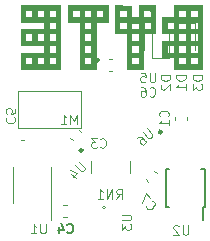
<source format=gbr>
%TF.GenerationSoftware,KiCad,Pcbnew,(5.1.10)-1*%
%TF.CreationDate,2021-10-07T10:54:52-05:00*%
%TF.ProjectId,BYTE_Magnetic,42595445-5f4d-4616-976e-657469632e6b,rev?*%
%TF.SameCoordinates,Original*%
%TF.FileFunction,Legend,Bot*%
%TF.FilePolarity,Positive*%
%FSLAX46Y46*%
G04 Gerber Fmt 4.6, Leading zero omitted, Abs format (unit mm)*
G04 Created by KiCad (PCBNEW (5.1.10)-1) date 2021-10-07 10:54:52*
%MOMM*%
%LPD*%
G01*
G04 APERTURE LIST*
%ADD10C,0.120000*%
%ADD11C,0.150000*%
%ADD12C,0.010000*%
%ADD13C,0.250000*%
G04 APERTURE END LIST*
D10*
%TO.C,U3*%
X181635860Y-120289220D02*
G75*
G03*
X181635860Y-120289220I-127000J0D01*
G01*
%TO.C,M1*%
X179570000Y-113545000D02*
X174170000Y-113545000D01*
X179580000Y-110460000D02*
X174180000Y-110460000D01*
X179580000Y-110460000D02*
X179580000Y-113530000D01*
X174170000Y-110460000D02*
X174170000Y-113560000D01*
%TO.C,D3*%
X187695000Y-106960000D02*
X187695000Y-104675000D01*
X187695000Y-104675000D02*
X189165000Y-104675000D01*
X189165000Y-104675000D02*
X189165000Y-106960000D01*
%TO.C,D2*%
X183415000Y-106952500D02*
X183415000Y-104667500D01*
X183415000Y-104667500D02*
X184885000Y-104667500D01*
X184885000Y-104667500D02*
X184885000Y-106952500D01*
%TO.C,D1*%
X187005000Y-105360000D02*
X187005000Y-107645000D01*
X187005000Y-107645000D02*
X185535000Y-107645000D01*
X185535000Y-107645000D02*
X185535000Y-105360000D01*
%TO.C,RN1*%
X180360000Y-116340000D02*
X180360000Y-117340000D01*
X183720000Y-116340000D02*
X183720000Y-117340000D01*
D11*
%TO.C,U2*%
X189830000Y-120255000D02*
X189830000Y-121330000D01*
X186755000Y-120255000D02*
X186755000Y-117005000D01*
X190005000Y-120255000D02*
X190005000Y-117005000D01*
X186755000Y-120255000D02*
X187030000Y-120255000D01*
X186755000Y-117005000D02*
X187030000Y-117005000D01*
X190005000Y-117005000D02*
X189730000Y-117005000D01*
X190005000Y-120255000D02*
X189830000Y-120255000D01*
D10*
%TO.C,U1*%
X177010000Y-118400000D02*
X177010000Y-121325000D01*
X177010000Y-118400000D02*
X177010000Y-116900000D01*
X173790000Y-118400000D02*
X173790000Y-119900000D01*
X173790000Y-118400000D02*
X173790000Y-116900000D01*
%TO.C,C1*%
X187480000Y-112905580D02*
X187480000Y-112624420D01*
X188500000Y-112905580D02*
X188500000Y-112624420D01*
D12*
%TO.C,Ref\u002A\u002A*%
G36*
X189795000Y-108570167D02*
G01*
X187424334Y-108570167D01*
X187424334Y-107554167D01*
X187784167Y-107554167D01*
X187784167Y-108189167D01*
X188419167Y-108189167D01*
X188419167Y-107554167D01*
X188800167Y-107554167D01*
X188800167Y-108189167D01*
X189414000Y-108189167D01*
X189414000Y-107554167D01*
X188800167Y-107554167D01*
X188419167Y-107554167D01*
X187784167Y-107554167D01*
X187424334Y-107554167D01*
X186429500Y-107554167D01*
X186429500Y-106559334D01*
X186789334Y-106559334D01*
X186789334Y-107194334D01*
X187424334Y-107194334D01*
X187424334Y-106559334D01*
X187784167Y-106559334D01*
X187784167Y-107194334D01*
X188419167Y-107194334D01*
X188419167Y-106559334D01*
X188800167Y-106559334D01*
X188800167Y-107194334D01*
X189414000Y-107194334D01*
X189414000Y-106559334D01*
X188800167Y-106559334D01*
X188419167Y-106559334D01*
X187784167Y-106559334D01*
X187424334Y-106559334D01*
X186789334Y-106559334D01*
X186429500Y-106559334D01*
X186429500Y-106199500D01*
X187424334Y-106199500D01*
X187424334Y-105564500D01*
X187784167Y-105564500D01*
X187784167Y-106199500D01*
X188419167Y-106199500D01*
X188419167Y-105564500D01*
X188800167Y-105564500D01*
X188800167Y-106199500D01*
X189414000Y-106199500D01*
X189414000Y-105564500D01*
X188800167Y-105564500D01*
X188419167Y-105564500D01*
X187784167Y-105564500D01*
X187424334Y-105564500D01*
X186429500Y-105564500D01*
X186429500Y-104569667D01*
X186789334Y-104569667D01*
X186789334Y-105183500D01*
X187424334Y-105183500D01*
X187424334Y-104569667D01*
X187784167Y-104569667D01*
X187784167Y-105183500D01*
X188419167Y-105183500D01*
X188419167Y-104569667D01*
X188800167Y-104569667D01*
X188800167Y-105183500D01*
X189414000Y-105183500D01*
X189414000Y-104569667D01*
X188800167Y-104569667D01*
X188419167Y-104569667D01*
X187784167Y-104569667D01*
X187424334Y-104569667D01*
X186789334Y-104569667D01*
X186429500Y-104569667D01*
X186429500Y-104188667D01*
X187424334Y-104188667D01*
X187424334Y-103553667D01*
X187784167Y-103553667D01*
X187784167Y-104188667D01*
X188419167Y-104188667D01*
X188419167Y-103553667D01*
X188800167Y-103553667D01*
X188800167Y-104188667D01*
X189414000Y-104188667D01*
X189414000Y-103553667D01*
X188800167Y-103553667D01*
X188419167Y-103553667D01*
X187784167Y-103553667D01*
X187424334Y-103553667D01*
X187424334Y-103193834D01*
X189795000Y-103193834D01*
X189795000Y-108570167D01*
G37*
X189795000Y-108570167D02*
X187424334Y-108570167D01*
X187424334Y-107554167D01*
X187784167Y-107554167D01*
X187784167Y-108189167D01*
X188419167Y-108189167D01*
X188419167Y-107554167D01*
X188800167Y-107554167D01*
X188800167Y-108189167D01*
X189414000Y-108189167D01*
X189414000Y-107554167D01*
X188800167Y-107554167D01*
X188419167Y-107554167D01*
X187784167Y-107554167D01*
X187424334Y-107554167D01*
X186429500Y-107554167D01*
X186429500Y-106559334D01*
X186789334Y-106559334D01*
X186789334Y-107194334D01*
X187424334Y-107194334D01*
X187424334Y-106559334D01*
X187784167Y-106559334D01*
X187784167Y-107194334D01*
X188419167Y-107194334D01*
X188419167Y-106559334D01*
X188800167Y-106559334D01*
X188800167Y-107194334D01*
X189414000Y-107194334D01*
X189414000Y-106559334D01*
X188800167Y-106559334D01*
X188419167Y-106559334D01*
X187784167Y-106559334D01*
X187424334Y-106559334D01*
X186789334Y-106559334D01*
X186429500Y-106559334D01*
X186429500Y-106199500D01*
X187424334Y-106199500D01*
X187424334Y-105564500D01*
X187784167Y-105564500D01*
X187784167Y-106199500D01*
X188419167Y-106199500D01*
X188419167Y-105564500D01*
X188800167Y-105564500D01*
X188800167Y-106199500D01*
X189414000Y-106199500D01*
X189414000Y-105564500D01*
X188800167Y-105564500D01*
X188419167Y-105564500D01*
X187784167Y-105564500D01*
X187424334Y-105564500D01*
X186429500Y-105564500D01*
X186429500Y-104569667D01*
X186789334Y-104569667D01*
X186789334Y-105183500D01*
X187424334Y-105183500D01*
X187424334Y-104569667D01*
X187784167Y-104569667D01*
X187784167Y-105183500D01*
X188419167Y-105183500D01*
X188419167Y-104569667D01*
X188800167Y-104569667D01*
X188800167Y-105183500D01*
X189414000Y-105183500D01*
X189414000Y-104569667D01*
X188800167Y-104569667D01*
X188419167Y-104569667D01*
X187784167Y-104569667D01*
X187424334Y-104569667D01*
X186789334Y-104569667D01*
X186429500Y-104569667D01*
X186429500Y-104188667D01*
X187424334Y-104188667D01*
X187424334Y-103553667D01*
X187784167Y-103553667D01*
X187784167Y-104188667D01*
X188419167Y-104188667D01*
X188419167Y-103553667D01*
X188800167Y-103553667D01*
X188800167Y-104188667D01*
X189414000Y-104188667D01*
X189414000Y-103553667D01*
X188800167Y-103553667D01*
X188419167Y-103553667D01*
X187784167Y-103553667D01*
X187424334Y-103553667D01*
X187424334Y-103193834D01*
X189795000Y-103193834D01*
X189795000Y-108570167D01*
G36*
X183794250Y-103204417D02*
G01*
X183805614Y-104188667D01*
X184418667Y-104188667D01*
X184799667Y-104188667D01*
X185435799Y-104188667D01*
X185429941Y-103876459D01*
X185424084Y-103564250D01*
X185111875Y-103558393D01*
X184799667Y-103552535D01*
X184799667Y-104188667D01*
X184418667Y-104188667D01*
X184418667Y-103193834D01*
X185794500Y-103193834D01*
X185794500Y-105564500D01*
X184799667Y-105564500D01*
X184799667Y-108570167D01*
X183423834Y-108570167D01*
X183423834Y-107554167D01*
X183804834Y-107554167D01*
X183804834Y-108189167D01*
X184418667Y-108189167D01*
X184418667Y-107554167D01*
X183804834Y-107554167D01*
X183423834Y-107554167D01*
X183423834Y-106559334D01*
X183804834Y-106559334D01*
X183804834Y-107194334D01*
X184418667Y-107194334D01*
X184418667Y-106559334D01*
X183804834Y-106559334D01*
X183423834Y-106559334D01*
X183423834Y-105564500D01*
X183804834Y-105564500D01*
X183804834Y-106199500D01*
X184418667Y-106199500D01*
X184418667Y-105564500D01*
X183804834Y-105564500D01*
X183423834Y-105564500D01*
X182429000Y-105564500D01*
X182429000Y-104569667D01*
X182788834Y-104569667D01*
X182788834Y-105183500D01*
X183423834Y-105183500D01*
X183423834Y-104569667D01*
X183804834Y-104569667D01*
X183804834Y-105183500D01*
X184418667Y-105183500D01*
X184418667Y-104569667D01*
X184799667Y-104569667D01*
X184799667Y-105183500D01*
X185434667Y-105183500D01*
X185434667Y-104569667D01*
X184799667Y-104569667D01*
X184418667Y-104569667D01*
X183804834Y-104569667D01*
X183423834Y-104569667D01*
X182788834Y-104569667D01*
X182429000Y-104569667D01*
X182429000Y-103553667D01*
X182788834Y-103553667D01*
X182788834Y-104188667D01*
X183423834Y-104188667D01*
X183423834Y-103553667D01*
X182788834Y-103553667D01*
X182429000Y-103553667D01*
X182429000Y-103193247D01*
X183794250Y-103204417D01*
G37*
X183794250Y-103204417D02*
X183805614Y-104188667D01*
X184418667Y-104188667D01*
X184799667Y-104188667D01*
X185435799Y-104188667D01*
X185429941Y-103876459D01*
X185424084Y-103564250D01*
X185111875Y-103558393D01*
X184799667Y-103552535D01*
X184799667Y-104188667D01*
X184418667Y-104188667D01*
X184418667Y-103193834D01*
X185794500Y-103193834D01*
X185794500Y-105564500D01*
X184799667Y-105564500D01*
X184799667Y-108570167D01*
X183423834Y-108570167D01*
X183423834Y-107554167D01*
X183804834Y-107554167D01*
X183804834Y-108189167D01*
X184418667Y-108189167D01*
X184418667Y-107554167D01*
X183804834Y-107554167D01*
X183423834Y-107554167D01*
X183423834Y-106559334D01*
X183804834Y-106559334D01*
X183804834Y-107194334D01*
X184418667Y-107194334D01*
X184418667Y-106559334D01*
X183804834Y-106559334D01*
X183423834Y-106559334D01*
X183423834Y-105564500D01*
X183804834Y-105564500D01*
X183804834Y-106199500D01*
X184418667Y-106199500D01*
X184418667Y-105564500D01*
X183804834Y-105564500D01*
X183423834Y-105564500D01*
X182429000Y-105564500D01*
X182429000Y-104569667D01*
X182788834Y-104569667D01*
X182788834Y-105183500D01*
X183423834Y-105183500D01*
X183423834Y-104569667D01*
X183804834Y-104569667D01*
X183804834Y-105183500D01*
X184418667Y-105183500D01*
X184418667Y-104569667D01*
X184799667Y-104569667D01*
X184799667Y-105183500D01*
X185434667Y-105183500D01*
X185434667Y-104569667D01*
X184799667Y-104569667D01*
X184418667Y-104569667D01*
X183804834Y-104569667D01*
X183423834Y-104569667D01*
X182788834Y-104569667D01*
X182429000Y-104569667D01*
X182429000Y-103553667D01*
X182788834Y-103553667D01*
X182788834Y-104188667D01*
X183423834Y-104188667D01*
X183423834Y-103553667D01*
X182788834Y-103553667D01*
X182429000Y-103553667D01*
X182429000Y-103193247D01*
X183794250Y-103204417D01*
G36*
X181794000Y-104569667D02*
G01*
X180799167Y-104569667D01*
X180799167Y-108570167D01*
X179423334Y-108570167D01*
X179423334Y-107554167D01*
X179804334Y-107554167D01*
X179804334Y-108189167D01*
X180418167Y-108189167D01*
X180418167Y-107554167D01*
X179804334Y-107554167D01*
X179423334Y-107554167D01*
X179423334Y-106559334D01*
X179804334Y-106559334D01*
X179804334Y-107194334D01*
X180418167Y-107194334D01*
X180418167Y-106559334D01*
X179804334Y-106559334D01*
X179423334Y-106559334D01*
X179423334Y-105564500D01*
X179804334Y-105564500D01*
X179804334Y-106199500D01*
X180418167Y-106199500D01*
X180418167Y-105564500D01*
X179804334Y-105564500D01*
X179423334Y-105564500D01*
X179423334Y-104569667D01*
X179804334Y-104569667D01*
X179804334Y-105183500D01*
X180418167Y-105183500D01*
X180418167Y-104569667D01*
X179804334Y-104569667D01*
X179423334Y-104569667D01*
X178428500Y-104569667D01*
X178428500Y-103553667D01*
X178788334Y-103553667D01*
X178788334Y-104188667D01*
X179423334Y-104188667D01*
X179423334Y-103553667D01*
X179804334Y-103553667D01*
X179804334Y-104188667D01*
X180418167Y-104188667D01*
X180418167Y-103553667D01*
X180799167Y-103553667D01*
X180799167Y-104188667D01*
X181434167Y-104188667D01*
X181434167Y-103553667D01*
X180799167Y-103553667D01*
X180418167Y-103553667D01*
X179804334Y-103553667D01*
X179423334Y-103553667D01*
X178788334Y-103553667D01*
X178428500Y-103553667D01*
X178428500Y-103193834D01*
X181794000Y-103193834D01*
X181794000Y-104569667D01*
G37*
X181794000Y-104569667D02*
X180799167Y-104569667D01*
X180799167Y-108570167D01*
X179423334Y-108570167D01*
X179423334Y-107554167D01*
X179804334Y-107554167D01*
X179804334Y-108189167D01*
X180418167Y-108189167D01*
X180418167Y-107554167D01*
X179804334Y-107554167D01*
X179423334Y-107554167D01*
X179423334Y-106559334D01*
X179804334Y-106559334D01*
X179804334Y-107194334D01*
X180418167Y-107194334D01*
X180418167Y-106559334D01*
X179804334Y-106559334D01*
X179423334Y-106559334D01*
X179423334Y-105564500D01*
X179804334Y-105564500D01*
X179804334Y-106199500D01*
X180418167Y-106199500D01*
X180418167Y-105564500D01*
X179804334Y-105564500D01*
X179423334Y-105564500D01*
X179423334Y-104569667D01*
X179804334Y-104569667D01*
X179804334Y-105183500D01*
X180418167Y-105183500D01*
X180418167Y-104569667D01*
X179804334Y-104569667D01*
X179423334Y-104569667D01*
X178428500Y-104569667D01*
X178428500Y-103553667D01*
X178788334Y-103553667D01*
X178788334Y-104188667D01*
X179423334Y-104188667D01*
X179423334Y-103553667D01*
X179804334Y-103553667D01*
X179804334Y-104188667D01*
X180418167Y-104188667D01*
X180418167Y-103553667D01*
X180799167Y-103553667D01*
X180799167Y-104188667D01*
X181434167Y-104188667D01*
X181434167Y-103553667D01*
X180799167Y-103553667D01*
X180418167Y-103553667D01*
X179804334Y-103553667D01*
X179423334Y-103553667D01*
X178788334Y-103553667D01*
X178428500Y-103553667D01*
X178428500Y-103193834D01*
X181794000Y-103193834D01*
X181794000Y-104569667D01*
G36*
X177793500Y-108570167D02*
G01*
X174428000Y-108570167D01*
X174428000Y-107554167D01*
X174787834Y-107554167D01*
X174787834Y-108189167D01*
X175422834Y-108189167D01*
X175422834Y-107554167D01*
X175803834Y-107554167D01*
X175803834Y-108189167D01*
X176417667Y-108189167D01*
X176417667Y-107554167D01*
X176798667Y-107554167D01*
X176798667Y-108189167D01*
X177433667Y-108189167D01*
X177433667Y-107554167D01*
X176798667Y-107554167D01*
X176417667Y-107554167D01*
X175803834Y-107554167D01*
X175422834Y-107554167D01*
X174787834Y-107554167D01*
X174428000Y-107554167D01*
X174428000Y-107194334D01*
X176417667Y-107194334D01*
X176417667Y-106559334D01*
X176798667Y-106559334D01*
X176798667Y-107194334D01*
X177433667Y-107194334D01*
X177433667Y-106559334D01*
X176798667Y-106559334D01*
X176417667Y-106559334D01*
X174428000Y-106559334D01*
X174428000Y-105564500D01*
X174787834Y-105564500D01*
X174787834Y-106199500D01*
X175422834Y-106199500D01*
X175422834Y-105564500D01*
X175803834Y-105564500D01*
X175803834Y-106199500D01*
X176417667Y-106199500D01*
X176417667Y-105564500D01*
X176798667Y-105564500D01*
X176798667Y-106199500D01*
X177433667Y-106199500D01*
X177433667Y-105564500D01*
X176798667Y-105564500D01*
X176417667Y-105564500D01*
X175803834Y-105564500D01*
X175422834Y-105564500D01*
X174787834Y-105564500D01*
X174428000Y-105564500D01*
X174428000Y-105183500D01*
X176417667Y-105183500D01*
X176417667Y-104569667D01*
X176798667Y-104569667D01*
X176798667Y-105183500D01*
X177433667Y-105183500D01*
X177433667Y-104569667D01*
X176798667Y-104569667D01*
X176417667Y-104569667D01*
X174428000Y-104569667D01*
X174428000Y-103553667D01*
X174787834Y-103553667D01*
X174787834Y-104188667D01*
X175422834Y-104188667D01*
X175422834Y-103553667D01*
X175803834Y-103553667D01*
X175803834Y-104188667D01*
X176417667Y-104188667D01*
X176417667Y-103553667D01*
X176798667Y-103553667D01*
X176798667Y-104188667D01*
X177433667Y-104188667D01*
X177433667Y-103553667D01*
X176798667Y-103553667D01*
X176417667Y-103553667D01*
X175803834Y-103553667D01*
X175422834Y-103553667D01*
X174787834Y-103553667D01*
X174428000Y-103553667D01*
X174428000Y-103193834D01*
X177793500Y-103193834D01*
X177793500Y-108570167D01*
G37*
X177793500Y-108570167D02*
X174428000Y-108570167D01*
X174428000Y-107554167D01*
X174787834Y-107554167D01*
X174787834Y-108189167D01*
X175422834Y-108189167D01*
X175422834Y-107554167D01*
X175803834Y-107554167D01*
X175803834Y-108189167D01*
X176417667Y-108189167D01*
X176417667Y-107554167D01*
X176798667Y-107554167D01*
X176798667Y-108189167D01*
X177433667Y-108189167D01*
X177433667Y-107554167D01*
X176798667Y-107554167D01*
X176417667Y-107554167D01*
X175803834Y-107554167D01*
X175422834Y-107554167D01*
X174787834Y-107554167D01*
X174428000Y-107554167D01*
X174428000Y-107194334D01*
X176417667Y-107194334D01*
X176417667Y-106559334D01*
X176798667Y-106559334D01*
X176798667Y-107194334D01*
X177433667Y-107194334D01*
X177433667Y-106559334D01*
X176798667Y-106559334D01*
X176417667Y-106559334D01*
X174428000Y-106559334D01*
X174428000Y-105564500D01*
X174787834Y-105564500D01*
X174787834Y-106199500D01*
X175422834Y-106199500D01*
X175422834Y-105564500D01*
X175803834Y-105564500D01*
X175803834Y-106199500D01*
X176417667Y-106199500D01*
X176417667Y-105564500D01*
X176798667Y-105564500D01*
X176798667Y-106199500D01*
X177433667Y-106199500D01*
X177433667Y-105564500D01*
X176798667Y-105564500D01*
X176417667Y-105564500D01*
X175803834Y-105564500D01*
X175422834Y-105564500D01*
X174787834Y-105564500D01*
X174428000Y-105564500D01*
X174428000Y-105183500D01*
X176417667Y-105183500D01*
X176417667Y-104569667D01*
X176798667Y-104569667D01*
X176798667Y-105183500D01*
X177433667Y-105183500D01*
X177433667Y-104569667D01*
X176798667Y-104569667D01*
X176417667Y-104569667D01*
X174428000Y-104569667D01*
X174428000Y-103553667D01*
X174787834Y-103553667D01*
X174787834Y-104188667D01*
X175422834Y-104188667D01*
X175422834Y-103553667D01*
X175803834Y-103553667D01*
X175803834Y-104188667D01*
X176417667Y-104188667D01*
X176417667Y-103553667D01*
X176798667Y-103553667D01*
X176798667Y-104188667D01*
X177433667Y-104188667D01*
X177433667Y-103553667D01*
X176798667Y-103553667D01*
X176417667Y-103553667D01*
X175803834Y-103553667D01*
X175422834Y-103553667D01*
X174787834Y-103553667D01*
X174428000Y-103553667D01*
X174428000Y-103193834D01*
X177793500Y-103193834D01*
X177793500Y-108570167D01*
D10*
%TO.C,C7*%
X185031962Y-117903211D02*
X185230773Y-118102022D01*
X185753211Y-117181962D02*
X185952022Y-117380773D01*
%TO.C,C6*%
X182180580Y-107740000D02*
X181899420Y-107740000D01*
X182180580Y-108760000D02*
X181899420Y-108760000D01*
%TO.C,C3*%
X178629970Y-114431219D02*
X178828781Y-114630030D01*
X179351219Y-113709970D02*
X179550030Y-113908781D01*
D13*
%TO.C,U6*%
X186374290Y-113903654D02*
G75*
G03*
X186374290Y-113903654I-125001J0D01*
G01*
%TO.C,U5*%
X181035000Y-107800000D02*
G75*
G03*
X181035000Y-107800000I-125000J0D01*
G01*
%TO.C,U4*%
X179681347Y-115459289D02*
G75*
G03*
X179681347Y-115459289I-125001J0D01*
G01*
D10*
%TO.C,C5*%
X174449160Y-114610000D02*
X174730320Y-114610000D01*
X174449160Y-113590000D02*
X174730320Y-113590000D01*
%TO.C,C4*%
X178059420Y-121090000D02*
X178340580Y-121090000D01*
X178059420Y-120070000D02*
X178340580Y-120070000D01*
%TO.C,U3*%
X182981144Y-120910476D02*
X183628763Y-120910476D01*
X183704954Y-120948571D01*
X183743049Y-120986666D01*
X183781144Y-121062857D01*
X183781144Y-121215238D01*
X183743049Y-121291428D01*
X183704954Y-121329523D01*
X183628763Y-121367619D01*
X182981144Y-121367619D01*
X182981144Y-121672380D02*
X182981144Y-122167619D01*
X183285906Y-121900952D01*
X183285906Y-122015238D01*
X183324001Y-122091428D01*
X183362097Y-122129523D01*
X183438287Y-122167619D01*
X183628763Y-122167619D01*
X183704954Y-122129523D01*
X183743049Y-122091428D01*
X183781144Y-122015238D01*
X183781144Y-121786666D01*
X183743049Y-121710476D01*
X183704954Y-121672380D01*
%TO.C,M1*%
X179177619Y-113231904D02*
X179177619Y-112431904D01*
X178910952Y-113003333D01*
X178644285Y-112431904D01*
X178644285Y-113231904D01*
X177844285Y-113231904D02*
X178301428Y-113231904D01*
X178072857Y-113231904D02*
X178072857Y-112431904D01*
X178149047Y-112546190D01*
X178225238Y-112622380D01*
X178301428Y-112660476D01*
%TO.C,D3*%
X189791904Y-109119523D02*
X188991904Y-109119523D01*
X188991904Y-109310000D01*
X189030000Y-109424285D01*
X189106190Y-109500476D01*
X189182380Y-109538571D01*
X189334761Y-109576666D01*
X189449047Y-109576666D01*
X189601428Y-109538571D01*
X189677619Y-109500476D01*
X189753809Y-109424285D01*
X189791904Y-109310000D01*
X189791904Y-109119523D01*
X188991904Y-109843333D02*
X188991904Y-110338571D01*
X189296666Y-110071904D01*
X189296666Y-110186190D01*
X189334761Y-110262380D01*
X189372857Y-110300476D01*
X189449047Y-110338571D01*
X189639523Y-110338571D01*
X189715714Y-110300476D01*
X189753809Y-110262380D01*
X189791904Y-110186190D01*
X189791904Y-109957619D01*
X189753809Y-109881428D01*
X189715714Y-109843333D01*
%TO.C,D2*%
X187091904Y-109119523D02*
X186291904Y-109119523D01*
X186291904Y-109310000D01*
X186330000Y-109424285D01*
X186406190Y-109500476D01*
X186482380Y-109538571D01*
X186634761Y-109576666D01*
X186749047Y-109576666D01*
X186901428Y-109538571D01*
X186977619Y-109500476D01*
X187053809Y-109424285D01*
X187091904Y-109310000D01*
X187091904Y-109119523D01*
X186368095Y-109881428D02*
X186330000Y-109919523D01*
X186291904Y-109995714D01*
X186291904Y-110186190D01*
X186330000Y-110262380D01*
X186368095Y-110300476D01*
X186444285Y-110338571D01*
X186520476Y-110338571D01*
X186634761Y-110300476D01*
X187091904Y-109843333D01*
X187091904Y-110338571D01*
%TO.C,D1*%
X188401904Y-109109523D02*
X187601904Y-109109523D01*
X187601904Y-109300000D01*
X187640000Y-109414285D01*
X187716190Y-109490476D01*
X187792380Y-109528571D01*
X187944761Y-109566666D01*
X188059047Y-109566666D01*
X188211428Y-109528571D01*
X188287619Y-109490476D01*
X188363809Y-109414285D01*
X188401904Y-109300000D01*
X188401904Y-109109523D01*
X188401904Y-110328571D02*
X188401904Y-109871428D01*
X188401904Y-110100000D02*
X187601904Y-110100000D01*
X187716190Y-110023809D01*
X187792380Y-109947619D01*
X187830476Y-109871428D01*
%TO.C,RN1*%
X182542380Y-119551904D02*
X182809047Y-119170952D01*
X182999523Y-119551904D02*
X182999523Y-118751904D01*
X182694761Y-118751904D01*
X182618571Y-118790000D01*
X182580476Y-118828095D01*
X182542380Y-118904285D01*
X182542380Y-119018571D01*
X182580476Y-119094761D01*
X182618571Y-119132857D01*
X182694761Y-119170952D01*
X182999523Y-119170952D01*
X182199523Y-119551904D02*
X182199523Y-118751904D01*
X181742380Y-119551904D01*
X181742380Y-118751904D01*
X180942380Y-119551904D02*
X181399523Y-119551904D01*
X181170952Y-119551904D02*
X181170952Y-118751904D01*
X181247142Y-118866190D01*
X181323333Y-118942380D01*
X181399523Y-118980476D01*
%TO.C,U2*%
X188619523Y-121791904D02*
X188619523Y-122439523D01*
X188581428Y-122515714D01*
X188543333Y-122553809D01*
X188467142Y-122591904D01*
X188314761Y-122591904D01*
X188238571Y-122553809D01*
X188200476Y-122515714D01*
X188162380Y-122439523D01*
X188162380Y-121791904D01*
X187819523Y-121868095D02*
X187781428Y-121830000D01*
X187705238Y-121791904D01*
X187514761Y-121791904D01*
X187438571Y-121830000D01*
X187400476Y-121868095D01*
X187362380Y-121944285D01*
X187362380Y-122020476D01*
X187400476Y-122134761D01*
X187857619Y-122591904D01*
X187362380Y-122591904D01*
%TO.C,U1*%
X176549523Y-121691904D02*
X176549523Y-122339523D01*
X176511428Y-122415714D01*
X176473333Y-122453809D01*
X176397142Y-122491904D01*
X176244761Y-122491904D01*
X176168571Y-122453809D01*
X176130476Y-122415714D01*
X176092380Y-122339523D01*
X176092380Y-121691904D01*
X175292380Y-122491904D02*
X175749523Y-122491904D01*
X175520952Y-122491904D02*
X175520952Y-121691904D01*
X175597142Y-121806190D01*
X175673333Y-121882380D01*
X175749523Y-121920476D01*
%TO.C,C1*%
X186885714Y-112586666D02*
X186923809Y-112548571D01*
X186961904Y-112434285D01*
X186961904Y-112358095D01*
X186923809Y-112243809D01*
X186847619Y-112167619D01*
X186771428Y-112129523D01*
X186619047Y-112091428D01*
X186504761Y-112091428D01*
X186352380Y-112129523D01*
X186276190Y-112167619D01*
X186200000Y-112243809D01*
X186161904Y-112358095D01*
X186161904Y-112434285D01*
X186200000Y-112548571D01*
X186238095Y-112586666D01*
X186961904Y-113348571D02*
X186961904Y-112891428D01*
X186961904Y-113120000D02*
X186161904Y-113120000D01*
X186276190Y-113043809D01*
X186352380Y-112967619D01*
X186390476Y-112891428D01*
%TO.C,C7*%
X185058250Y-120184311D02*
X185058250Y-120238186D01*
X185112125Y-120345935D01*
X185166000Y-120399810D01*
X185273749Y-120453685D01*
X185381499Y-120453685D01*
X185462311Y-120426748D01*
X185596998Y-120345935D01*
X185677810Y-120265123D01*
X185758622Y-120130436D01*
X185785560Y-120049624D01*
X185785560Y-119941874D01*
X185731685Y-119834125D01*
X185677810Y-119780250D01*
X185570061Y-119726375D01*
X185516186Y-119726375D01*
X185381499Y-119483938D02*
X185004375Y-119106815D01*
X184681126Y-119914937D01*
%TO.C,C6*%
X185343333Y-110835714D02*
X185381428Y-110873809D01*
X185495714Y-110911904D01*
X185571904Y-110911904D01*
X185686190Y-110873809D01*
X185762380Y-110797619D01*
X185800476Y-110721428D01*
X185838571Y-110569047D01*
X185838571Y-110454761D01*
X185800476Y-110302380D01*
X185762380Y-110226190D01*
X185686190Y-110150000D01*
X185571904Y-110111904D01*
X185495714Y-110111904D01*
X185381428Y-110150000D01*
X185343333Y-110188095D01*
X184657619Y-110111904D02*
X184810000Y-110111904D01*
X184886190Y-110150000D01*
X184924285Y-110188095D01*
X185000476Y-110302380D01*
X185038571Y-110454761D01*
X185038571Y-110759523D01*
X185000476Y-110835714D01*
X184962380Y-110873809D01*
X184886190Y-110911904D01*
X184733809Y-110911904D01*
X184657619Y-110873809D01*
X184619523Y-110835714D01*
X184581428Y-110759523D01*
X184581428Y-110569047D01*
X184619523Y-110492857D01*
X184657619Y-110454761D01*
X184733809Y-110416666D01*
X184886190Y-110416666D01*
X184962380Y-110454761D01*
X185000476Y-110492857D01*
X185038571Y-110569047D01*
%TO.C,C3*%
X181183333Y-115165714D02*
X181221428Y-115203809D01*
X181335714Y-115241904D01*
X181411904Y-115241904D01*
X181526190Y-115203809D01*
X181602380Y-115127619D01*
X181640476Y-115051428D01*
X181678571Y-114899047D01*
X181678571Y-114784761D01*
X181640476Y-114632380D01*
X181602380Y-114556190D01*
X181526190Y-114480000D01*
X181411904Y-114441904D01*
X181335714Y-114441904D01*
X181221428Y-114480000D01*
X181183333Y-114518095D01*
X180916666Y-114441904D02*
X180421428Y-114441904D01*
X180688095Y-114746666D01*
X180573809Y-114746666D01*
X180497619Y-114784761D01*
X180459523Y-114822857D01*
X180421428Y-114899047D01*
X180421428Y-115089523D01*
X180459523Y-115165714D01*
X180497619Y-115203809D01*
X180573809Y-115241904D01*
X180802380Y-115241904D01*
X180878571Y-115203809D01*
X180916666Y-115165714D01*
%TO.C,U6*%
X185101218Y-113609221D02*
X185559154Y-114067157D01*
X185586091Y-114147969D01*
X185586091Y-114201844D01*
X185559154Y-114282656D01*
X185451404Y-114390406D01*
X185370592Y-114417343D01*
X185316717Y-114417343D01*
X185235905Y-114390406D01*
X184777969Y-113932470D01*
X184266158Y-114444280D02*
X184373908Y-114336531D01*
X184454720Y-114309593D01*
X184508595Y-114309593D01*
X184643282Y-114336531D01*
X184777969Y-114417343D01*
X184993468Y-114632842D01*
X185020406Y-114713654D01*
X185020406Y-114767529D01*
X184993468Y-114848341D01*
X184885719Y-114956091D01*
X184804906Y-114983028D01*
X184751032Y-114983028D01*
X184670219Y-114956091D01*
X184535532Y-114821404D01*
X184508595Y-114740592D01*
X184508595Y-114686717D01*
X184535532Y-114605905D01*
X184643282Y-114498155D01*
X184724094Y-114471218D01*
X184777969Y-114471218D01*
X184858781Y-114498155D01*
%TO.C,U5*%
X185829523Y-108881904D02*
X185829523Y-109529523D01*
X185791428Y-109605714D01*
X185753333Y-109643809D01*
X185677142Y-109681904D01*
X185524761Y-109681904D01*
X185448571Y-109643809D01*
X185410476Y-109605714D01*
X185372380Y-109529523D01*
X185372380Y-108881904D01*
X184610476Y-108881904D02*
X184991428Y-108881904D01*
X185029523Y-109262857D01*
X184991428Y-109224761D01*
X184915238Y-109186666D01*
X184724761Y-109186666D01*
X184648571Y-109224761D01*
X184610476Y-109262857D01*
X184572380Y-109339047D01*
X184572380Y-109529523D01*
X184610476Y-109605714D01*
X184648571Y-109643809D01*
X184724761Y-109681904D01*
X184915238Y-109681904D01*
X184991428Y-109643809D01*
X185029523Y-109605714D01*
%TO.C,U4*%
X179371218Y-116419221D02*
X179829154Y-116877157D01*
X179856091Y-116957969D01*
X179856091Y-117011844D01*
X179829154Y-117092656D01*
X179721404Y-117200406D01*
X179640592Y-117227343D01*
X179586717Y-117227343D01*
X179505905Y-117200406D01*
X179047969Y-116742470D01*
X178724720Y-117442842D02*
X179101844Y-117819966D01*
X178643908Y-117092656D02*
X179182656Y-117362030D01*
X178832470Y-117712216D01*
%TO.C,C5*%
X173244285Y-112664493D02*
X173206190Y-112702588D01*
X173168095Y-112816874D01*
X173168095Y-112893064D01*
X173206190Y-113007350D01*
X173282380Y-113083540D01*
X173358571Y-113121636D01*
X173510952Y-113159731D01*
X173625238Y-113159731D01*
X173777619Y-113121636D01*
X173853809Y-113083540D01*
X173930000Y-113007350D01*
X173968095Y-112893064D01*
X173968095Y-112816874D01*
X173930000Y-112702588D01*
X173891904Y-112664493D01*
X173968095Y-111940683D02*
X173968095Y-112321636D01*
X173587142Y-112359731D01*
X173625238Y-112321636D01*
X173663333Y-112245445D01*
X173663333Y-112054969D01*
X173625238Y-111978779D01*
X173587142Y-111940683D01*
X173510952Y-111902588D01*
X173320476Y-111902588D01*
X173244285Y-111940683D01*
X173206190Y-111978779D01*
X173168095Y-112054969D01*
X173168095Y-112245445D01*
X173206190Y-112321636D01*
X173244285Y-112359731D01*
%TO.C,C4*%
D11*
X178373793Y-122396674D02*
X178411888Y-122434769D01*
X178526174Y-122472864D01*
X178602364Y-122472864D01*
X178716650Y-122434769D01*
X178792840Y-122358579D01*
X178830936Y-122282388D01*
X178869031Y-122130007D01*
X178869031Y-122015721D01*
X178830936Y-121863340D01*
X178792840Y-121787150D01*
X178716650Y-121710960D01*
X178602364Y-121672864D01*
X178526174Y-121672864D01*
X178411888Y-121710960D01*
X178373793Y-121749055D01*
X177688079Y-121939531D02*
X177688079Y-122472864D01*
X177878555Y-121634769D02*
X178069031Y-122206198D01*
X177573793Y-122206198D01*
%TD*%
M02*

</source>
